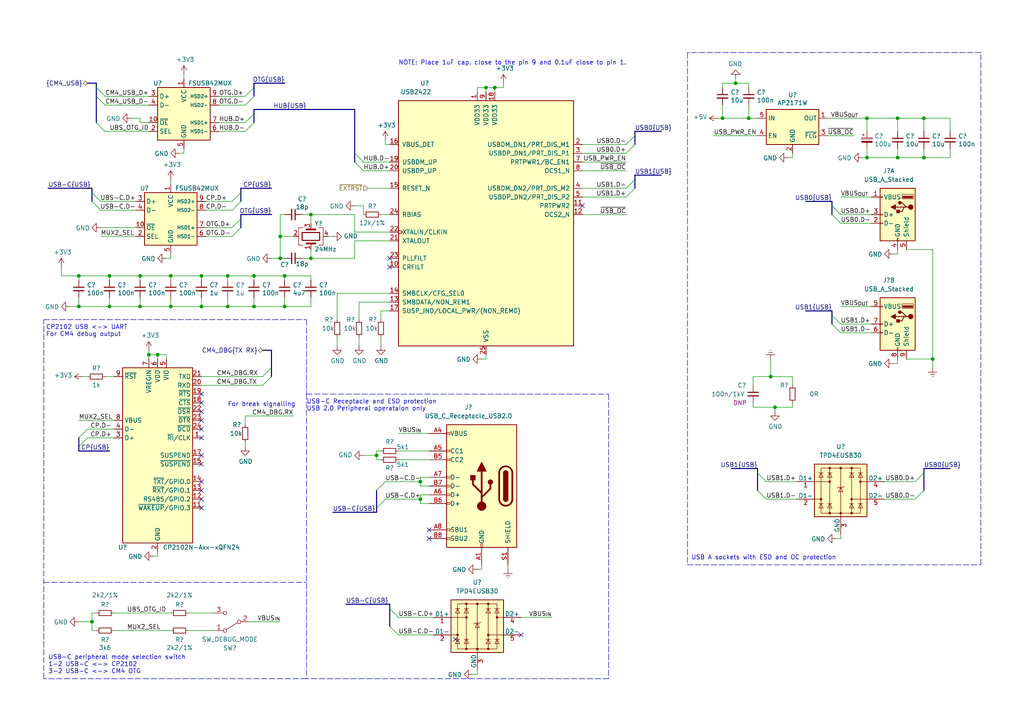
<source format=kicad_sch>
(kicad_sch (version 20201015) (generator eeschema)
  (paper "A4")
  (lib_symbols
    (symbol "Connector:USB_C_Receptacle_USB2.0" (pin_names (offset 1.016))
      (property "Reference" "J" (at -10.16 19.05 0))
      (property "Value" "USB_C_Receptacle_USB2.0" (at 19.05 19.05 0))
      (symbol "USB_C_Receptacle_USB2.0_1_1"
        (pin passive line (at 0 -22.86 90) (length 5.08) (name "GND") (number "A1"))
        (pin passive line (at 0 -22.86 90) (length 5.08) hide (name "GND") (number "A12"))
        (pin passive line (at 15.24 15.24 180) (length 5.08) (name "VBUS") (number "A4"))
        (pin bidirectional line (at 15.24 10.16 180) (length 5.08) (name "CC1") (number "A5"))
        (pin bidirectional line (at 15.24 -2.54 180) (length 5.08) (name "D+") (number "A6"))
        (pin bidirectional line (at 15.24 2.54 180) (length 5.08) (name "D-") (number "A7"))
        (pin bidirectional line (at 15.24 -12.7 180) (length 5.08) (name "SBU1") (number "A8"))
        (pin passive line (at 15.24 15.24 180) (length 5.08) hide (name "VBUS") (number "A9"))
        (pin passive line (at 0 -22.86 90) (length 5.08) hide (name "GND") (number "B1"))
        (pin passive line (at 0 -22.86 90) (length 5.08) hide (name "GND") (number "B12"))
        (pin passive line (at 15.24 15.24 180) (length 5.08) hide (name "VBUS") (number "B4"))
        (pin bidirectional line (at 15.24 7.62 180) (length 5.08) (name "CC2") (number "B5"))
        (pin bidirectional line (at 15.24 -5.08 180) (length 5.08) (name "D+") (number "B6"))
        (pin bidirectional line (at 15.24 0 180) (length 5.08) (name "D-") (number "B7"))
        (pin bidirectional line (at 15.24 -15.24 180) (length 5.08) (name "SBU2") (number "B8"))
        (pin passive line (at 15.24 15.24 180) (length 5.08) hide (name "VBUS") (number "B9"))
        (pin passive line (at -7.62 -22.86 90) (length 5.08) (name "SHIELD") (number "S1"))
      )
    )
    (symbol "Device:CP_Small" (pin_numbers hide) (pin_names (offset 0.254) hide)
      (property "Reference" "C" (at 0.254 1.778 0))
      (property "Value" "CP_Small" (at 0.254 -2.032 0))
      (symbol "CP_Small_1_1"
        (pin passive line (at 0 2.54 270) (length 1.8542) (name "~") (number "1"))
        (pin passive line (at 0 -2.54 90) (length 1.8542) (name "~") (number "2"))
      )
    )
    (symbol "Device:C_Small" (pin_numbers hide) (pin_names (offset 0.254) hide)
      (property "Reference" "C" (at 0.254 1.778 0))
      (property "Value" "C_Small" (at 0.254 -2.032 0))
      (symbol "C_Small_1_1"
        (pin passive line (at 0 2.54 270) (length 2.032) (name "~") (number "1"))
        (pin passive line (at 0 -2.54 90) (length 2.032) (name "~") (number "2"))
      )
    )
    (symbol "Device:Crystal_GND24" (pin_names (offset 1.016) hide)
      (property "Reference" "Y" (at 3.175 5.08 0))
      (property "Value" "Crystal_GND24" (at 3.175 3.175 0))
      (symbol "Crystal_GND24_1_1"
        (pin passive line (at -3.81 0 0) (length 1.27) (name "1") (number "1"))
        (pin passive line (at 0 5.08 270) (length 1.27) (name "2") (number "2"))
        (pin passive line (at 3.81 0 180) (length 1.27) (name "3") (number "3"))
        (pin passive line (at 0 -5.08 90) (length 1.27) (name "4") (number "4"))
      )
    )
    (symbol "Device:R_Small" (pin_numbers hide) (pin_names (offset 0.254) hide)
      (property "Reference" "R" (at 0.762 0.508 0))
      (property "Value" "R_Small" (at 0.762 -1.016 0))
      (symbol "R_Small_1_1"
        (pin passive line (at 0 2.54 270) (length 0.762) (name "~") (number "1"))
        (pin passive line (at 0 -2.54 90) (length 0.762) (name "~") (number "2"))
      )
    )
    (symbol "Interface_USB:CP2102N-Axx-xQFN24"
      (property "Reference" "U" (at -8.89 26.67 0))
      (property "Value" "CP2102N-Axx-xQFN24" (at 13.97 26.67 0))
      (symbol "CP2102N-Axx-xQFN24_1_1"
        (pin bidirectional line (at 12.7 5.08 180) (length 2.54) (name "~RI~/CLK") (number "1"))
        (pin unconnected line (at -10.16 -22.86 0) (length 2.54) hide (name "NC") (number "10"))
        (pin bidirectional line (at 12.7 -15.24 180) (length 2.54) (name "~WAKEUP~/GPIO.3") (number "11"))
        (pin bidirectional line (at 12.7 -12.7 180) (length 2.54) (name "RS485/GPIO.2") (number "12"))
        (pin bidirectional line (at 12.7 -10.16 180) (length 2.54) (name "~RXT~/GPIO.1") (number "13"))
        (pin bidirectional line (at 12.7 -7.62 180) (length 2.54) (name "~TXT~/GPIO.0") (number "14"))
        (pin output line (at 12.7 -2.54 180) (length 2.54) (name "~SUSPEND") (number "15"))
        (pin unconnected line (at 10.16 -22.86 180) (length 2.54) hide (name "NC") (number "16"))
        (pin output line (at 12.7 0 180) (length 2.54) (name "SUSPEND") (number "17"))
        (pin input line (at 12.7 15.24 180) (length 2.54) (name "~CTS") (number "18"))
        (pin output line (at 12.7 17.78 180) (length 2.54) (name "~RTS") (number "19"))
        (pin power_in line (at 0 -27.94 90) (length 2.54) (name "GND") (number "2"))
        (pin input line (at 12.7 20.32 180) (length 2.54) (name "RXD") (number "20"))
        (pin output line (at 12.7 22.86 180) (length 2.54) (name "TXD") (number "21"))
        (pin input line (at 12.7 12.7 180) (length 2.54) (name "~DSR") (number "22"))
        (pin output line (at 12.7 10.16 180) (length 2.54) (name "~DTR") (number "23"))
        (pin input line (at 12.7 7.62 180) (length 2.54) (name "~DCD") (number "24"))
        (pin passive line (at 0 -27.94 90) (length 2.54) hide (name "GND") (number "25"))
        (pin bidirectional line (at -12.7 5.08 0) (length 2.54) (name "D+") (number "3"))
        (pin bidirectional line (at -12.7 7.62 0) (length 2.54) (name "D-") (number "4"))
        (pin power_in line (at 2.54 27.94 270) (length 2.54) (name "VIO") (number "5"))
        (pin power_in line (at 0 27.94 270) (length 2.54) (name "VDD") (number "6"))
        (pin power_in line (at -2.54 27.94 270) (length 2.54) (name "VREGIN") (number "7"))
        (pin input line (at -12.7 10.16 0) (length 2.54) (name "VBUS") (number "8"))
        (pin input line (at -12.7 22.86 0) (length 2.54) (name "~RST") (number "9"))
      )
    )
    (symbol "Interface_USB:FSUSB42MUX"
      (property "Reference" "U" (at -6.35 8.89 0))
      (property "Value" "FSUSB42MUX" (at 7.62 8.89 0))
      (symbol "FSUSB42MUX_1_1"
        (pin power_in line (at 0 10.16 270) (length 2.54) (name "VCC") (number "1"))
        (pin input line (at -10.16 -2.54 0) (length 2.54) (name "~OE") (number "10"))
        (pin input line (at -10.16 -5.08 0) (length 2.54) (name "SEL") (number "2"))
        (pin bidirectional line (at -10.16 5.08 0) (length 2.54) (name "D+") (number "3"))
        (pin bidirectional line (at -10.16 2.54 0) (length 2.54) (name "D-") (number "4"))
        (pin power_in line (at 0 -10.16 90) (length 2.54) (name "GND") (number "5"))
        (pin bidirectional line (at 10.16 -5.08 180) (length 2.54) (name "HSD1-") (number "6"))
        (pin bidirectional line (at 10.16 -2.54 180) (length 2.54) (name "HSD1+") (number "7"))
        (pin bidirectional line (at 10.16 2.54 180) (length 2.54) (name "HSD2-") (number "8"))
        (pin bidirectional line (at 10.16 5.08 180) (length 2.54) (name "HSD2+") (number "9"))
      )
    )
    (symbol "LightBlue:USB2422" (pin_names (offset 1.016))
      (property "Reference" "U" (at -17.78 40.64 0))
      (property "Value" "USB2422" (at -20.32 38.1 0))
      (symbol "USB2422_1_1"
        (pin bidirectional line (at 27.94 22.86 180) (length 2.54) (name "USBDM_DN1/PRT_DIS_M1") (number "2"))
        (pin bidirectional line (at 27.94 17.78 180) (length 2.54) (name "PRTPWR1/BC_EN1") (number "7"))
        (pin input line (at 27.94 15.24 180) (length 2.54) (name "OCS1_N") (number "8"))
        (pin input line (at -27.94 -12.7 0) (length 2.54) (name "CRFILT") (number "10"))
        (pin power_in line (at -2.54 38.1 270) (length 2.54) (name "VDD33") (number "1"))
        (pin bidirectional line (at 27.94 5.08 180) (length 2.54) (name "PRTPWR2") (number "11"))
        (pin input line (at 27.94 2.54 180) (length 2.54) (name "OCS2_N") (number "12"))
        (pin bidirectional line (at 27.94 20.32 180) (length 2.54) (name "USBDP_DN1/PRT_DIS_P1") (number "3"))
        (pin bidirectional line (at -27.94 -22.86 0) (length 2.54) (name "SMBDATA/NON_REM1") (number "13"))
        (pin power_in line (at 0 38.1 270) (length 2.54) (name "VDD33") (number "9"))
        (pin bidirectional line (at -27.94 -20.32 0) (length 2.54) (name "SMBCLK/CFG_SEL0") (number "14"))
        (pin input line (at -27.94 10.16 0) (length 2.54) (name "RESET_N") (number "15"))
        (pin input line (at -27.94 22.86 0) (length 2.54) (name "VBUS_DET") (number "16"))
        (pin bidirectional line (at -27.94 -25.4 0) (length 2.54) (name "SUSP_IND/LOCAL_PWR/(NON_REM0)") (number "17"))
        (pin bidirectional line (at 27.94 10.16 180) (length 2.54) (name "USBDM_DN2/PRT_DIS_M2") (number "4"))
        (pin bidirectional line (at -27.94 17.78 0) (length 2.54) (name "USBDM_UP") (number "19"))
        (pin bidirectional line (at -27.94 15.24 0) (length 2.54) (name "USBDP_UP") (number "20"))
        (pin output line (at -27.94 -5.08 0) (length 2.54) (name "XTALOUT") (number "21"))
        (pin input clock (at -27.94 -2.54 0) (length 2.54) (name "XTALIN/CLKIN") (number "22"))
        (pin input line (at -27.94 -10.16 0) (length 2.54) (name "PLLFILT") (number "23"))
        (pin input line (at -27.94 2.54 0) (length 2.54) (name "RBIAS") (number "24"))
        (pin power_in line (at 0 -38.1 90) (length 2.54) (name "VSS") (number "25"))
        (pin bidirectional line (at 27.94 7.62 180) (length 2.54) (name "USBDP_DN2/PRT_DIS_P2") (number "5"))
        (pin power_in line (at 2.54 38.1 270) (length 2.54) (name "VDD33") (number "18"))
      )
    )
    (symbol "LightBlue:USB_A_Stacked" (pin_names (offset 1.016))
      (property "Reference" "J" (at -5.08 11.43 0))
      (property "Value" "USB_A_Stacked" (at -5.08 8.89 0))
      (symbol "USB_A_Stacked_1_1"
        (pin power_in line (at 7.62 5.08 180) (length 2.54) (name "VBUS") (number "1"))
        (pin bidirectional line (at 7.62 -2.54 180) (length 2.54) (name "D-") (number "2"))
        (pin bidirectional line (at 7.62 0 180) (length 2.54) (name "D+") (number "3"))
        (pin power_in line (at 0 -10.16 90) (length 2.54) (name "GND") (number "4"))
        (pin passive line (at -2.54 -10.16 90) (length 2.54) (name "Shield") (number "5"))
      )
      (symbol "USB_A_Stacked_2_1"
        (pin power_in line (at 7.62 5.08 180) (length 2.54) (name "VBUS") (number "5"))
        (pin bidirectional line (at 7.62 -2.54 180) (length 2.54) (name "D-") (number "6"))
        (pin bidirectional line (at 7.62 0 180) (length 2.54) (name "D+") (number "7"))
        (pin power_in line (at 0 -10.16 90) (length 2.54) (name "GND") (number "8"))
        (pin passive line (at -2.54 -10.16 90) (length 2.54) (name "Shield") (number "9"))
      )
    )
    (symbol "Power_Management:AP2171W"
      (property "Reference" "U" (at -7.62 -6.35 0))
      (property "Value" "AP2171W" (at -7.62 6.35 0))
      (symbol "AP2171W_1_1"
        (pin power_out line (at 10.16 2.54 180) (length 2.54) (name "OUT") (number "1"))
        (pin power_in line (at 0 -7.62 90) (length 2.54) (name "GND") (number "2"))
        (pin open_collector line (at 10.16 -2.54 180) (length 2.54) (name "~FLG") (number "3"))
        (pin input line (at -10.16 -2.54 0) (length 2.54) (name "EN") (number "4"))
        (pin power_in line (at -10.16 2.54 0) (length 2.54) (name "IN") (number "5"))
      )
    )
    (symbol "Power_Protection:TPD4EUSB30" (pin_names (offset 0))
      (property "Reference" "U" (at -0.635 8.89 0))
      (property "Value" "TPD4EUSB30" (at 8.89 -10.16 0))
      (symbol "TPD4EUSB30_1_1"
        (pin passive line (at -12.7 2.54 0) (length 5.08) (name "D1+") (number "1"))
        (pin unconnected line (at -5.08 7.62 0) (length 5.08) hide (name "NC") (number "10"))
        (pin passive line (at -12.7 -2.54 0) (length 5.08) (name "D1-") (number "2"))
        (pin power_in line (at 0 -12.7 90) (length 5.08) (name "GND") (number "3"))
        (pin passive line (at 12.7 2.54 180) (length 5.08) (name "D2+") (number "4"))
        (pin passive line (at 12.7 -2.54 180) (length 5.08) (name "D2-") (number "5"))
        (pin unconnected line (at 5.08 -7.62 180) (length 5.08) hide (name "NC") (number "6"))
        (pin unconnected line (at 5.08 7.62 180) (length 5.08) hide (name "NC") (number "7"))
        (pin passive line (at 0 -12.7 90) (length 5.08) hide (name "GND") (number "8"))
        (pin unconnected line (at -5.08 -7.62 0) (length 5.08) hide (name "NC") (number "9"))
      )
    )
    (symbol "Switch:SW_SPDT" (pin_names (offset 0) hide)
      (property "Reference" "SW" (at 0 4.318 0))
      (property "Value" "SW_SPDT" (at 0 -5.08 0))
      (symbol "SW_SPDT_1_1"
        (pin passive line (at 5.08 2.54 180) (length 2.54) (name "A") (number "1"))
        (pin passive line (at -5.08 0 0) (length 2.54) (name "B") (number "2"))
        (pin passive line (at 5.08 -2.54 180) (length 2.54) (name "C") (number "3"))
      )
    )
    (symbol "power:+3V3" (power) (pin_names (offset 0))
      (property "Value" "+3V3" (at 0 3.556 0))
      (symbol "+3V3_1_1"
        (pin power_in line (at 0 0 90) (length 0) hide (name "+3V3") (number "1"))
      )
    )
    (symbol "power:+5V" (power) (pin_names (offset 0))
      (property "Value" "+5V" (at 0 3.556 0))
      (symbol "+5V_1_1"
        (pin power_in line (at 0 0 90) (length 0) hide (name "+5V") (number "1"))
      )
    )
    (symbol "power:Earth" (power) (pin_names (offset 0))
      (symbol "Earth_1_1"
        (pin power_in line (at 0 0 270) (length 0) hide (name "Earth") (number "1"))
      )
    )
    (symbol "power:GND" (power) (pin_names (offset 0))
      (property "Value" "GND" (at 0 -3.81 0))
      (symbol "GND_1_1"
        (pin power_in line (at 0 0 270) (length 0) hide (name "GND") (number "1"))
      )
    )
  )
  (bus_alias "CM4_USB" (members "CM4_USB_D+" "CM4_USB_D-" "CM4_USB_OTG_ID"))
  (bus_alias "USB" (members "D+" "D-"))
  (bus_alias "I2C" (members "SDA" "SCL"))
  (junction (at 22.86 80.01) (diameter 0.9144))
  (junction (at 22.86 88.9) (diameter 0.9144))
  (junction (at 26.67 180.34) (diameter 0.9144))
  (junction (at 31.75 80.01) (diameter 0.9144))
  (junction (at 31.75 88.9) (diameter 0.9144))
  (junction (at 40.64 80.01) (diameter 0.9144))
  (junction (at 40.64 88.9) (diameter 0.9144))
  (junction (at 43.18 102.87) (diameter 0.9144))
  (junction (at 45.72 102.87) (diameter 0.9144))
  (junction (at 49.53 80.01) (diameter 0.9144))
  (junction (at 49.53 88.9) (diameter 0.9144))
  (junction (at 58.42 80.01) (diameter 0.9144))
  (junction (at 58.42 88.9) (diameter 0.9144))
  (junction (at 66.04 80.01) (diameter 0.9144))
  (junction (at 66.04 88.9) (diameter 0.9144))
  (junction (at 73.66 80.01) (diameter 0.9144))
  (junction (at 73.66 88.9) (diameter 0.9144))
  (junction (at 81.28 68.58) (diameter 0.9144))
  (junction (at 81.28 74.93) (diameter 0.9144))
  (junction (at 82.55 80.01) (diameter 0.9144))
  (junction (at 82.55 88.9) (diameter 0.9144))
  (junction (at 90.17 62.23) (diameter 0.9144))
  (junction (at 90.17 74.93) (diameter 0.9144))
  (junction (at 109.22 132.08) (diameter 0.9144))
  (junction (at 121.92 139.7) (diameter 0.9144))
  (junction (at 121.92 144.78) (diameter 0.9144))
  (junction (at 140.97 25.4) (diameter 0.9144))
  (junction (at 143.51 25.4) (diameter 0.9144))
  (junction (at 209.55 34.29) (diameter 0.9144))
  (junction (at 213.36 24.13) (diameter 0.9144))
  (junction (at 217.17 34.29) (diameter 0.9144))
  (junction (at 223.52 109.22) (diameter 0.9144))
  (junction (at 224.79 118.11) (diameter 0.9144))
  (junction (at 251.46 34.29) (diameter 0.9144))
  (junction (at 251.46 45.72) (diameter 0.9144))
  (junction (at 260.35 34.29) (diameter 0.9144))
  (junction (at 260.35 45.72) (diameter 0.9144))
  (junction (at 267.97 34.29) (diameter 0.9144))
  (junction (at 267.97 45.72) (diameter 0.9144))
  (junction (at 270.51 104.14) (diameter 0.9144))
  (no_connect (at 58.42 147.32))
  (no_connect (at 58.42 121.92))
  (no_connect (at 124.46 156.21))
  (no_connect (at 58.42 124.46))
  (no_connect (at 58.42 114.3))
  (no_connect (at 58.42 144.78))
  (no_connect (at 58.42 139.7))
  (no_connect (at 58.42 119.38))
  (no_connect (at 151.13 184.15))
  (no_connect (at 132.08 185.42))
  (no_connect (at 113.03 74.93))
  (no_connect (at 58.42 142.24))
  (no_connect (at 58.42 134.62))
  (no_connect (at 58.42 116.84))
  (no_connect (at 113.03 77.47))
  (no_connect (at 58.42 132.08))
  (no_connect (at 168.91 59.69))
  (no_connect (at 124.46 153.67))
  (no_connect (at 58.42 127))
  (bus_entry (at 22.86 127) (size 2.54 -2.54) (stroke (width 0.1524)))
  (bus_entry (at 22.86 129.54) (size 2.54 -2.54) (stroke (width 0.1524)))
  (bus_entry (at 26.67 55.88) (size 2.54 2.54) (stroke (width 0.1524)))
  (bus_entry (at 26.67 58.42) (size 2.54 2.54) (stroke (width 0.1524)))
  (bus_entry (at 27.94 25.4) (size 2.54 2.54) (stroke (width 0.1524)))
  (bus_entry (at 27.94 27.94) (size 2.54 2.54) (stroke (width 0.1524)))
  (bus_entry (at 27.94 35.56) (size 2.54 2.54) (stroke (width 0.1524)))
  (bus_entry (at 69.85 55.88) (size -2.54 2.54) (stroke (width 0.1524)))
  (bus_entry (at 69.85 58.42) (size -2.54 2.54) (stroke (width 0.1524)))
  (bus_entry (at 69.85 63.5) (size -2.54 2.54) (stroke (width 0.1524)))
  (bus_entry (at 69.85 66.04) (size -2.54 2.54) (stroke (width 0.1524)))
  (bus_entry (at 73.66 25.4) (size -2.54 2.54) (stroke (width 0.1524)))
  (bus_entry (at 73.66 27.94) (size -2.54 2.54) (stroke (width 0.1524)))
  (bus_entry (at 73.66 33.02) (size -2.54 2.54) (stroke (width 0.1524)))
  (bus_entry (at 73.66 35.56) (size -2.54 2.54) (stroke (width 0.1524)))
  (bus_entry (at 76.2 109.22) (size 2.54 -2.54) (stroke (width 0.1524)))
  (bus_entry (at 76.2 111.76) (size 2.54 -2.54) (stroke (width 0.1524)))
  (bus_entry (at 102.87 44.45) (size 2.54 2.54) (stroke (width 0.1524)))
  (bus_entry (at 102.87 46.99) (size 2.54 2.54) (stroke (width 0.1524)))
  (bus_entry (at 109.22 142.24) (size 2.54 -2.54) (stroke (width 0.1524)))
  (bus_entry (at 109.22 147.32) (size 2.54 -2.54) (stroke (width 0.1524)))
  (bus_entry (at 113.03 176.53) (size 2.54 2.54) (stroke (width 0.1524)))
  (bus_entry (at 113.03 181.61) (size 2.54 2.54) (stroke (width 0.1524)))
  (bus_entry (at 181.61 41.91) (size 2.54 -2.54) (stroke (width 0.1524)))
  (bus_entry (at 181.61 44.45) (size 2.54 -2.54) (stroke (width 0.1524)))
  (bus_entry (at 181.61 54.61) (size 2.54 -2.54) (stroke (width 0.1524)))
  (bus_entry (at 181.61 57.15) (size 2.54 -2.54) (stroke (width 0.1524)))
  (bus_entry (at 222.25 139.7) (size -2.54 -2.54) (stroke (width 0.1524)))
  (bus_entry (at 222.25 144.78) (size -2.54 -2.54) (stroke (width 0.1524)))
  (bus_entry (at 243.84 62.23) (size -2.54 -2.54) (stroke (width 0.1524)))
  (bus_entry (at 243.84 64.77) (size -2.54 -2.54) (stroke (width 0.1524)))
  (bus_entry (at 243.84 93.98) (size -2.54 -2.54) (stroke (width 0.1524)))
  (bus_entry (at 243.84 96.52) (size -2.54 -2.54) (stroke (width 0.1524)))
  (bus_entry (at 265.43 139.7) (size 2.54 -2.54) (stroke (width 0.1524)))
  (bus_entry (at 265.43 144.78) (size 2.54 -2.54) (stroke (width 0.1524)))
  (wire (pts (xy 17.78 80.01) (xy 17.78 77.47)))
  (wire (pts (xy 17.78 80.01) (xy 22.86 80.01)))
  (wire (pts (xy 20.32 88.9) (xy 22.86 88.9)))
  (wire (pts (xy 22.86 80.01) (xy 22.86 81.28)))
  (wire (pts (xy 22.86 80.01) (xy 31.75 80.01)))
  (wire (pts (xy 22.86 86.36) (xy 22.86 88.9)))
  (wire (pts (xy 22.86 88.9) (xy 31.75 88.9)))
  (wire (pts (xy 22.86 121.92) (xy 33.02 121.92)))
  (wire (pts (xy 22.86 180.34) (xy 26.67 180.34)))
  (wire (pts (xy 24.13 109.22) (xy 25.4 109.22)))
  (wire (pts (xy 26.67 177.8) (xy 26.67 180.34)))
  (wire (pts (xy 26.67 177.8) (xy 27.94 177.8)))
  (wire (pts (xy 26.67 180.34) (xy 26.67 182.88)))
  (wire (pts (xy 27.94 182.88) (xy 26.67 182.88)))
  (wire (pts (xy 29.21 66.04) (xy 39.37 66.04)))
  (wire (pts (xy 29.21 68.58) (xy 39.37 68.58)))
  (wire (pts (xy 30.48 27.94) (xy 43.18 27.94)))
  (wire (pts (xy 30.48 30.48) (xy 43.18 30.48)))
  (wire (pts (xy 30.48 38.1) (xy 43.18 38.1)))
  (wire (pts (xy 30.48 109.22) (xy 33.02 109.22)))
  (wire (pts (xy 31.75 80.01) (xy 31.75 81.28)))
  (wire (pts (xy 31.75 86.36) (xy 31.75 88.9)))
  (wire (pts (xy 31.75 88.9) (xy 40.64 88.9)))
  (wire (pts (xy 33.02 124.46) (xy 25.4 124.46)))
  (wire (pts (xy 33.02 127) (xy 25.4 127)))
  (wire (pts (xy 33.02 177.8) (xy 49.53 177.8)))
  (wire (pts (xy 33.02 182.88) (xy 49.53 182.88)))
  (wire (pts (xy 39.37 58.42) (xy 29.21 58.42)))
  (wire (pts (xy 39.37 60.96) (xy 29.21 60.96)))
  (wire (pts (xy 40.64 34.29) (xy 38.1 34.29)))
  (wire (pts (xy 40.64 35.56) (xy 40.64 34.29)))
  (wire (pts (xy 40.64 80.01) (xy 31.75 80.01)))
  (wire (pts (xy 40.64 80.01) (xy 40.64 81.28)))
  (wire (pts (xy 40.64 86.36) (xy 40.64 88.9)))
  (wire (pts (xy 40.64 88.9) (xy 49.53 88.9)))
  (wire (pts (xy 43.18 35.56) (xy 40.64 35.56)))
  (wire (pts (xy 43.18 101.6) (xy 43.18 102.87)))
  (wire (pts (xy 43.18 102.87) (xy 43.18 104.14)))
  (wire (pts (xy 44.45 161.29) (xy 45.72 161.29)))
  (wire (pts (xy 45.72 102.87) (xy 43.18 102.87)))
  (wire (pts (xy 45.72 102.87) (xy 48.26 102.87)))
  (wire (pts (xy 45.72 104.14) (xy 45.72 102.87)))
  (wire (pts (xy 45.72 161.29) (xy 45.72 160.02)))
  (wire (pts (xy 48.26 74.93) (xy 49.53 74.93)))
  (wire (pts (xy 48.26 102.87) (xy 48.26 104.14)))
  (wire (pts (xy 49.53 52.07) (xy 49.53 53.34)))
  (wire (pts (xy 49.53 74.93) (xy 49.53 73.66)))
  (wire (pts (xy 49.53 80.01) (xy 40.64 80.01)))
  (wire (pts (xy 49.53 80.01) (xy 49.53 81.28)))
  (wire (pts (xy 49.53 86.36) (xy 49.53 88.9)))
  (wire (pts (xy 49.53 88.9) (xy 58.42 88.9)))
  (wire (pts (xy 52.07 44.45) (xy 53.34 44.45)))
  (wire (pts (xy 53.34 21.59) (xy 53.34 22.86)))
  (wire (pts (xy 53.34 44.45) (xy 53.34 43.18)))
  (wire (pts (xy 54.61 177.8) (xy 62.23 177.8)))
  (wire (pts (xy 54.61 182.88) (xy 62.23 182.88)))
  (wire (pts (xy 58.42 80.01) (xy 49.53 80.01)))
  (wire (pts (xy 58.42 80.01) (xy 58.42 81.28)))
  (wire (pts (xy 58.42 86.36) (xy 58.42 88.9)))
  (wire (pts (xy 58.42 88.9) (xy 66.04 88.9)))
  (wire (pts (xy 58.42 109.22) (xy 76.2 109.22)))
  (wire (pts (xy 58.42 111.76) (xy 76.2 111.76)))
  (wire (pts (xy 59.69 58.42) (xy 67.31 58.42)))
  (wire (pts (xy 59.69 60.96) (xy 67.31 60.96)))
  (wire (pts (xy 59.69 66.04) (xy 67.31 66.04)))
  (wire (pts (xy 59.69 68.58) (xy 67.31 68.58)))
  (wire (pts (xy 63.5 27.94) (xy 71.12 27.94)))
  (wire (pts (xy 63.5 30.48) (xy 71.12 30.48)))
  (wire (pts (xy 63.5 35.56) (xy 71.12 35.56)))
  (wire (pts (xy 63.5 38.1) (xy 71.12 38.1)))
  (wire (pts (xy 66.04 80.01) (xy 58.42 80.01)))
  (wire (pts (xy 66.04 80.01) (xy 66.04 81.28)))
  (wire (pts (xy 66.04 86.36) (xy 66.04 88.9)))
  (wire (pts (xy 66.04 88.9) (xy 73.66 88.9)))
  (wire (pts (xy 71.12 120.65) (xy 71.12 123.19)))
  (wire (pts (xy 71.12 120.65) (xy 85.09 120.65)))
  (wire (pts (xy 71.12 128.27) (xy 71.12 129.54)))
  (wire (pts (xy 73.66 80.01) (xy 66.04 80.01)))
  (wire (pts (xy 73.66 80.01) (xy 73.66 81.28)))
  (wire (pts (xy 73.66 86.36) (xy 73.66 88.9)))
  (wire (pts (xy 73.66 88.9) (xy 82.55 88.9)))
  (wire (pts (xy 78.74 74.93) (xy 81.28 74.93)))
  (wire (pts (xy 81.28 62.23) (xy 81.28 68.58)))
  (wire (pts (xy 81.28 68.58) (xy 81.28 74.93)))
  (wire (pts (xy 81.28 68.58) (xy 85.09 68.58)))
  (wire (pts (xy 81.28 74.93) (xy 82.55 74.93)))
  (wire (pts (xy 81.28 180.34) (xy 72.39 180.34)))
  (wire (pts (xy 82.55 62.23) (xy 81.28 62.23)))
  (wire (pts (xy 82.55 80.01) (xy 73.66 80.01)))
  (wire (pts (xy 82.55 80.01) (xy 82.55 81.28)))
  (wire (pts (xy 82.55 86.36) (xy 82.55 88.9)))
  (wire (pts (xy 82.55 88.9) (xy 90.17 88.9)))
  (wire (pts (xy 87.63 62.23) (xy 90.17 62.23)))
  (wire (pts (xy 87.63 74.93) (xy 90.17 74.93)))
  (wire (pts (xy 90.17 62.23) (xy 90.17 64.77)))
  (wire (pts (xy 90.17 62.23) (xy 102.87 62.23)))
  (wire (pts (xy 90.17 72.39) (xy 90.17 74.93)))
  (wire (pts (xy 90.17 74.93) (xy 102.87 74.93)))
  (wire (pts (xy 90.17 80.01) (xy 82.55 80.01)))
  (wire (pts (xy 90.17 81.28) (xy 90.17 80.01)))
  (wire (pts (xy 90.17 86.36) (xy 90.17 88.9)))
  (wire (pts (xy 95.25 68.58) (xy 96.52 68.58)))
  (wire (pts (xy 97.79 85.09) (xy 97.79 92.71)))
  (wire (pts (xy 97.79 97.79) (xy 97.79 100.33)))
  (wire (pts (xy 102.87 67.31) (xy 102.87 62.23)))
  (wire (pts (xy 102.87 69.85) (xy 102.87 74.93)))
  (wire (pts (xy 104.14 87.63) (xy 104.14 92.71)))
  (wire (pts (xy 104.14 87.63) (xy 113.03 87.63)))
  (wire (pts (xy 104.14 97.79) (xy 104.14 100.33)))
  (wire (pts (xy 105.41 46.99) (xy 113.03 46.99)))
  (wire (pts (xy 105.41 49.53) (xy 113.03 49.53)))
  (wire (pts (xy 105.41 59.69) (xy 102.87 59.69)))
  (wire (pts (xy 105.41 62.23) (xy 105.41 59.69)))
  (wire (pts (xy 105.41 132.08) (xy 109.22 132.08)))
  (wire (pts (xy 106.68 54.61) (xy 113.03 54.61)))
  (wire (pts (xy 109.22 130.81) (xy 109.22 132.08)))
  (wire (pts (xy 109.22 132.08) (xy 109.22 133.35)))
  (wire (pts (xy 109.22 133.35) (xy 110.49 133.35)))
  (wire (pts (xy 110.49 62.23) (xy 113.03 62.23)))
  (wire (pts (xy 110.49 90.17) (xy 110.49 92.71)))
  (wire (pts (xy 110.49 97.79) (xy 110.49 100.33)))
  (wire (pts (xy 110.49 130.81) (xy 109.22 130.81)))
  (wire (pts (xy 111.76 40.64) (xy 111.76 41.91)))
  (wire (pts (xy 111.76 139.7) (xy 121.92 139.7)))
  (wire (pts (xy 111.76 144.78) (xy 121.92 144.78)))
  (wire (pts (xy 113.03 41.91) (xy 111.76 41.91)))
  (wire (pts (xy 113.03 67.31) (xy 102.87 67.31)))
  (wire (pts (xy 113.03 69.85) (xy 102.87 69.85)))
  (wire (pts (xy 113.03 85.09) (xy 97.79 85.09)))
  (wire (pts (xy 113.03 90.17) (xy 110.49 90.17)))
  (wire (pts (xy 115.57 125.73) (xy 124.46 125.73)))
  (wire (pts (xy 115.57 130.81) (xy 124.46 130.81)))
  (wire (pts (xy 115.57 133.35) (xy 124.46 133.35)))
  (wire (pts (xy 115.57 179.07) (xy 125.73 179.07)))
  (wire (pts (xy 115.57 184.15) (xy 125.73 184.15)))
  (wire (pts (xy 121.92 139.7) (xy 121.92 138.43)))
  (wire (pts (xy 121.92 140.97) (xy 121.92 139.7)))
  (wire (pts (xy 121.92 140.97) (xy 124.46 140.97)))
  (wire (pts (xy 121.92 144.78) (xy 121.92 143.51)))
  (wire (pts (xy 121.92 146.05) (xy 121.92 144.78)))
  (wire (pts (xy 121.92 146.05) (xy 124.46 146.05)))
  (wire (pts (xy 124.46 138.43) (xy 121.92 138.43)))
  (wire (pts (xy 124.46 143.51) (xy 121.92 143.51)))
  (wire (pts (xy 137.16 195.58) (xy 138.43 195.58)))
  (wire (pts (xy 138.43 25.4) (xy 140.97 25.4)))
  (wire (pts (xy 138.43 26.67) (xy 138.43 25.4)))
  (wire (pts (xy 138.43 165.1) (xy 139.7 165.1)))
  (wire (pts (xy 138.43 195.58) (xy 138.43 194.31)))
  (wire (pts (xy 139.7 104.14) (xy 140.97 104.14)))
  (wire (pts (xy 139.7 165.1) (xy 139.7 163.83)))
  (wire (pts (xy 140.97 25.4) (xy 140.97 26.67)))
  (wire (pts (xy 140.97 25.4) (xy 143.51 25.4)))
  (wire (pts (xy 140.97 104.14) (xy 140.97 102.87)))
  (wire (pts (xy 143.51 25.4) (xy 143.51 26.67)))
  (wire (pts (xy 143.51 25.4) (xy 146.05 25.4)))
  (wire (pts (xy 146.05 24.13) (xy 146.05 25.4)))
  (wire (pts (xy 147.32 163.83) (xy 147.32 165.1)))
  (wire (pts (xy 160.02 179.07) (xy 151.13 179.07)))
  (wire (pts (xy 168.91 41.91) (xy 181.61 41.91)))
  (wire (pts (xy 168.91 44.45) (xy 181.61 44.45)))
  (wire (pts (xy 168.91 46.99) (xy 181.61 46.99)))
  (wire (pts (xy 168.91 49.53) (xy 181.61 49.53)))
  (wire (pts (xy 168.91 54.61) (xy 181.61 54.61)))
  (wire (pts (xy 168.91 57.15) (xy 181.61 57.15)))
  (wire (pts (xy 168.91 62.23) (xy 181.61 62.23)))
  (wire (pts (xy 208.28 34.29) (xy 209.55 34.29)))
  (wire (pts (xy 209.55 24.13) (xy 209.55 25.4)))
  (wire (pts (xy 209.55 30.48) (xy 209.55 34.29)))
  (wire (pts (xy 209.55 34.29) (xy 217.17 34.29)))
  (wire (pts (xy 213.36 22.86) (xy 213.36 24.13)))
  (wire (pts (xy 213.36 24.13) (xy 209.55 24.13)))
  (wire (pts (xy 217.17 24.13) (xy 213.36 24.13)))
  (wire (pts (xy 217.17 25.4) (xy 217.17 24.13)))
  (wire (pts (xy 217.17 30.48) (xy 217.17 34.29)))
  (wire (pts (xy 217.17 34.29) (xy 219.71 34.29)))
  (wire (pts (xy 218.44 109.22) (xy 218.44 111.76)))
  (wire (pts (xy 218.44 116.84) (xy 218.44 118.11)))
  (wire (pts (xy 218.44 118.11) (xy 224.79 118.11)))
  (wire (pts (xy 219.71 39.37) (xy 207.01 39.37)))
  (wire (pts (xy 222.25 139.7) (xy 231.14 139.7)))
  (wire (pts (xy 222.25 144.78) (xy 231.14 144.78)))
  (wire (pts (xy 223.52 104.14) (xy 223.52 109.22)))
  (wire (pts (xy 223.52 109.22) (xy 218.44 109.22)))
  (wire (pts (xy 224.79 118.11) (xy 224.79 119.38)))
  (wire (pts (xy 224.79 118.11) (xy 229.87 118.11)))
  (wire (pts (xy 228.6 45.72) (xy 229.87 45.72)))
  (wire (pts (xy 229.87 45.72) (xy 229.87 44.45)))
  (wire (pts (xy 229.87 109.22) (xy 223.52 109.22)))
  (wire (pts (xy 229.87 111.76) (xy 229.87 109.22)))
  (wire (pts (xy 229.87 118.11) (xy 229.87 116.84)))
  (wire (pts (xy 240.03 34.29) (xy 251.46 34.29)))
  (wire (pts (xy 240.03 39.37) (xy 247.65 39.37)))
  (wire (pts (xy 242.57 156.21) (xy 243.84 156.21)))
  (wire (pts (xy 243.84 57.15) (xy 252.73 57.15)))
  (wire (pts (xy 243.84 62.23) (xy 252.73 62.23)))
  (wire (pts (xy 243.84 64.77) (xy 252.73 64.77)))
  (wire (pts (xy 243.84 88.9) (xy 252.73 88.9)))
  (wire (pts (xy 243.84 93.98) (xy 252.73 93.98)))
  (wire (pts (xy 243.84 96.52) (xy 252.73 96.52)))
  (wire (pts (xy 243.84 156.21) (xy 243.84 154.94)))
  (wire (pts (xy 250.19 45.72) (xy 251.46 45.72)))
  (wire (pts (xy 251.46 34.29) (xy 251.46 38.1)))
  (wire (pts (xy 251.46 34.29) (xy 260.35 34.29)))
  (wire (pts (xy 251.46 43.18) (xy 251.46 45.72)))
  (wire (pts (xy 251.46 45.72) (xy 260.35 45.72)))
  (wire (pts (xy 259.08 73.66) (xy 260.35 73.66)))
  (wire (pts (xy 259.08 105.41) (xy 260.35 105.41)))
  (wire (pts (xy 260.35 34.29) (xy 260.35 38.1)))
  (wire (pts (xy 260.35 34.29) (xy 267.97 34.29)))
  (wire (pts (xy 260.35 43.18) (xy 260.35 45.72)))
  (wire (pts (xy 260.35 45.72) (xy 267.97 45.72)))
  (wire (pts (xy 260.35 73.66) (xy 260.35 72.39)))
  (wire (pts (xy 260.35 105.41) (xy 260.35 104.14)))
  (wire (pts (xy 262.89 72.39) (xy 270.51 72.39)))
  (wire (pts (xy 262.89 104.14) (xy 270.51 104.14)))
  (wire (pts (xy 265.43 139.7) (xy 256.54 139.7)))
  (wire (pts (xy 265.43 144.78) (xy 256.54 144.78)))
  (wire (pts (xy 267.97 34.29) (xy 267.97 38.1)))
  (wire (pts (xy 267.97 43.18) (xy 267.97 45.72)))
  (wire (pts (xy 267.97 45.72) (xy 275.59 45.72)))
  (wire (pts (xy 270.51 72.39) (xy 270.51 104.14)))
  (wire (pts (xy 270.51 104.14) (xy 270.51 106.68)))
  (wire (pts (xy 275.59 34.29) (xy 267.97 34.29)))
  (wire (pts (xy 275.59 38.1) (xy 275.59 34.29)))
  (wire (pts (xy 275.59 45.72) (xy 275.59 43.18)))
  (bus (pts (xy 22.86 127) (xy 22.86 129.54)))
  (bus (pts (xy 22.86 129.54) (xy 22.86 130.81)))
  (bus (pts (xy 22.86 130.81) (xy 31.75 130.81)))
  (bus (pts (xy 25.4 24.13) (xy 27.94 24.13)))
  (bus (pts (xy 26.67 54.61) (xy 13.97 54.61)))
  (bus (pts (xy 26.67 55.88) (xy 26.67 54.61)))
  (bus (pts (xy 26.67 58.42) (xy 26.67 55.88)))
  (bus (pts (xy 27.94 24.13) (xy 27.94 25.4)))
  (bus (pts (xy 27.94 25.4) (xy 27.94 27.94)))
  (bus (pts (xy 27.94 27.94) (xy 27.94 35.56)))
  (bus (pts (xy 69.85 54.61) (xy 78.74 54.61)))
  (bus (pts (xy 69.85 55.88) (xy 69.85 54.61)))
  (bus (pts (xy 69.85 58.42) (xy 69.85 55.88)))
  (bus (pts (xy 69.85 62.23) (xy 78.74 62.23)))
  (bus (pts (xy 69.85 63.5) (xy 69.85 62.23)))
  (bus (pts (xy 69.85 66.04) (xy 69.85 63.5)))
  (bus (pts (xy 73.66 24.13) (xy 82.55 24.13)))
  (bus (pts (xy 73.66 25.4) (xy 73.66 24.13)))
  (bus (pts (xy 73.66 27.94) (xy 73.66 25.4)))
  (bus (pts (xy 73.66 31.75) (xy 102.87 31.75)))
  (bus (pts (xy 73.66 33.02) (xy 73.66 31.75)))
  (bus (pts (xy 73.66 35.56) (xy 73.66 33.02)))
  (bus (pts (xy 78.74 101.6) (xy 76.2 101.6)))
  (bus (pts (xy 78.74 101.6) (xy 78.74 106.68)))
  (bus (pts (xy 78.74 106.68) (xy 78.74 109.22)))
  (bus (pts (xy 102.87 31.75) (xy 102.87 44.45)))
  (bus (pts (xy 102.87 44.45) (xy 102.87 46.99)))
  (bus (pts (xy 109.22 147.32) (xy 109.22 142.24)))
  (bus (pts (xy 109.22 148.59) (xy 96.52 148.59)))
  (bus (pts (xy 109.22 148.59) (xy 109.22 147.32)))
  (bus (pts (xy 113.03 175.26) (xy 100.33 175.26)))
  (bus (pts (xy 113.03 175.26) (xy 113.03 176.53)))
  (bus (pts (xy 113.03 176.53) (xy 113.03 181.61)))
  (bus (pts (xy 184.15 38.1) (xy 184.15 39.37)))
  (bus (pts (xy 184.15 38.1) (xy 191.77 38.1)))
  (bus (pts (xy 184.15 39.37) (xy 184.15 41.91)))
  (bus (pts (xy 184.15 50.8) (xy 184.15 52.07)))
  (bus (pts (xy 184.15 50.8) (xy 191.77 50.8)))
  (bus (pts (xy 184.15 52.07) (xy 184.15 54.61)))
  (bus (pts (xy 219.71 135.89) (xy 212.09 135.89)))
  (bus (pts (xy 219.71 135.89) (xy 219.71 137.16)))
  (bus (pts (xy 219.71 137.16) (xy 219.71 142.24)))
  (bus (pts (xy 241.3 58.42) (xy 233.68 58.42)))
  (bus (pts (xy 241.3 58.42) (xy 241.3 59.69)))
  (bus (pts (xy 241.3 59.69) (xy 241.3 62.23)))
  (bus (pts (xy 241.3 90.17) (xy 233.68 90.17)))
  (bus (pts (xy 241.3 90.17) (xy 241.3 91.44)))
  (bus (pts (xy 241.3 91.44) (xy 241.3 93.98)))
  (bus (pts (xy 267.97 135.89) (xy 267.97 137.16)))
  (bus (pts (xy 267.97 135.89) (xy 275.59 135.89)))
  (bus (pts (xy 267.97 137.16) (xy 267.97 142.24)))
  (polyline (pts (xy 12.7 92.71) (xy 88.9 92.71)) (stroke (width 0) (type dash)))
  (polyline (pts (xy 12.7 168.91) (xy 88.9 168.91)) (stroke (width 0) (type dash)))
  (polyline (pts (xy 12.7 196.85) (xy 12.7 92.71)) (stroke (width 0) (type dash)))
  (polyline (pts (xy 88.9 92.71) (xy 88.9 114.3)) (stroke (width 0) (type dash)))
  (polyline (pts (xy 88.9 114.3) (xy 88.9 196.85)) (stroke (width 0) (type dash)))
  (polyline (pts (xy 88.9 114.3) (xy 176.53 114.3)) (stroke (width 0) (type dash)))
  (polyline (pts (xy 88.9 196.85) (xy 12.7 196.85)) (stroke (width 0) (type dash)))
  (polyline (pts (xy 176.53 114.3) (xy 176.53 196.85)) (stroke (width 0) (type dash)))
  (polyline (pts (xy 176.53 196.85) (xy 88.9 196.85)) (stroke (width 0) (type dash)))
  (polyline (pts (xy 199.39 15.24) (xy 199.39 163.83)) (stroke (width 0) (type dash)))
  (polyline (pts (xy 199.39 163.83) (xy 284.48 163.83)) (stroke (width 0) (type dash)))
  (polyline (pts (xy 284.48 15.24) (xy 199.39 15.24)) (stroke (width 0) (type dash)))
  (polyline (pts (xy 284.48 163.83) (xy 284.48 15.24)) (stroke (width 0) (type dash)))
  (text "CP2102 USB <-> UART\nFor CM4 debug output" (at 13.335 97.79 0) (effects (font (size 1.27 1.27)) (justify left bottom)))
  (text "USB-C peripheral mode selection switch\n1-2 USB-C <-> CP2102\n3-2 USB-C <-> CM4 OTG" (at 13.97 195.58 0) (effects (font (size 1.27 1.27)) (justify left bottom)))
  (text "For break signalling" (at 66.04 118.11 0) (effects (font (size 1.27 1.27)) (justify left bottom)))
  (text "USB-C Receptacle and ESD protection\nUSB 2.0 Peripheral operataion only" (at 88.9 119.38 0) (effects (font (size 1.27 1.27)) (justify left bottom)))
  (text "NOTE: Place 1uF cap. close to the pin 9 and 0.1uF close to pin 1." (at 115.57 19.05 0) (effects (font (size 1.27 1.27)) (justify left bottom)))
  (text "USB A sockets with ESD and OC protection" (at 242.57 162.56 180) (effects (font (size 1.27 1.27)) (justify right bottom)))
  (label "USB-C{USB}" (at 13.97 54.61 0))
  (label "MUX2_SEL" (at 22.86 121.92 0))
  (label "MUX2_SEL" (at 29.21 68.58 0))
  (label "CM4_USB_D+" (at 30.48 27.94 0))
  (label "CM4_USB_D-" (at 30.48 30.48 0))
  (label "UBS_OTG_ID" (at 31.75 38.1 0))
  (label "CP{USB}" (at 31.75 130.81 180))
  (label "CP.D-" (at 32.385 124.46 180))
  (label "CP.D+" (at 32.385 127 180))
  (label "UBS_OTG_ID" (at 36.83 177.8 0))
  (label "MUX2_SEL" (at 36.83 182.88 0))
  (label "UBS-C.D+" (at 39.37 58.42 180))
  (label "USB-C.D-" (at 39.37 60.96 180))
  (label "CP.D+" (at 59.69 58.42 0))
  (label "CP.D-" (at 59.69 60.96 0))
  (label "OTG.D+" (at 59.69 66.04 0))
  (label "OTG.D-" (at 59.69 68.58 0))
  (label "CM4_DBG.RX" (at 62.865 109.22 0))
  (label "CM4_DBG.TX" (at 62.865 111.76 0))
  (label "OTG.D+" (at 63.5 27.94 0))
  (label "OTG.D-" (at 63.5 30.48 0))
  (label "HUB.D+" (at 63.5 35.56 0))
  (label "HUB.D-" (at 63.5 38.1 0))
  (label "CP{USB}" (at 78.74 54.61 180))
  (label "OTG{USB}" (at 78.74 62.23 180))
  (label "VBUS_{IN}" (at 81.28 180.34 180))
  (label "OTG{USB}" (at 82.55 24.13 180))
  (label "CM4_DBG.RX" (at 85.09 120.65 180))
  (label "HUB{USB}" (at 88.9 31.75 180))
  (label "USB-C{USB}" (at 96.52 148.59 0))
  (label "USB-C{USB}" (at 100.33 175.26 0))
  (label "HUB.D-" (at 105.41 46.99 0))
  (label "HUB.D+" (at 105.41 49.53 0))
  (label "USB-C.D-" (at 111.76 139.7 0))
  (label "USB-C.D+" (at 111.76 144.78 0))
  (label "VBUS_{IN}" (at 115.57 125.73 0))
  (label "USB-C.D+" (at 115.57 179.07 0))
  (label "USB-C.D-" (at 115.57 184.15 0))
  (label "VBUS_{IN}" (at 160.02 179.07 180))
  (label "USB0.D-" (at 181.61 41.91 180))
  (label "USB0.D+" (at 181.61 44.45 180))
  (label "USB_PWR_EN" (at 181.61 46.99 180))
  (label "~USB_OC" (at 181.61 49.53 180))
  (label "USB1.D-" (at 181.61 54.61 180))
  (label "USB1.D+" (at 181.61 57.15 180))
  (label "~USB_OC" (at 181.61 62.23 180))
  (label "USB0{USB}" (at 184.15 38.1 0))
  (label "USB1{USB}" (at 184.15 50.8 0))
  (label "USB_PWR_EN" (at 207.01 39.37 0))
  (label "USB1{USB}" (at 219.71 135.89 180))
  (label "USB1.D+" (at 222.25 139.7 0))
  (label "USB1.D-" (at 222.25 144.78 0))
  (label "USB0{USB}" (at 241.3 58.42 180))
  (label "USB1{USB}" (at 241.3 90.17 180))
  (label "VBUS_{OUT}" (at 243.84 57.15 0))
  (label "USB0.D+" (at 243.84 62.23 0))
  (label "USB0.D-" (at 243.84 64.77 0))
  (label "VBUS_{OUT}" (at 243.84 88.9 0))
  (label "USB1.D+" (at 243.84 93.98 0))
  (label "USB1.D-" (at 243.84 96.52 0))
  (label "~USB_OC" (at 247.65 39.37 180))
  (label "VBUS_{OUT}" (at 248.92 34.29 180))
  (label "USB0.D+" (at 265.43 139.7 180))
  (label "USB0.D-" (at 265.43 144.78 180))
  (label "USB0{USB}" (at 267.97 135.89 0))
  (hierarchical_label "{CM4_USB}" (shape bidirectional) (at 25.4 24.13 180))
  (hierarchical_label "CM4_DBG{TX RX}" (shape bidirectional) (at 76.2 101.6 180))
  (hierarchical_label "~EXTRST" (shape input) (at 106.68 54.61 180))
  (symbol (lib_id "power:+3V3") (at 17.78 77.47 0) (unit 1)
    (property "Reference" "#PWR?" (effects hide))
    (property "Value" "+3V3" (at 18.1483 73.1456 0))
  )
  (symbol (lib_id "power:+3V3") (at 24.13 109.22 90) (unit 1)
    (property "Reference" "#PWR?" (effects hide))
    (property "Value" "+3V3" (at 20.9549 108.8517 90) (effects (justify left)))
  )
  (symbol (lib_id "power:+3V3") (at 43.18 101.6 0) (unit 1)
    (property "Reference" "#PWR?" (effects hide))
    (property "Value" "+3V3" (at 43.5483 97.2756 0))
  )
  (symbol (lib_id "power:+3V3") (at 49.53 52.07 0) (unit 1)
    (property "Reference" "#PWR?" (effects hide))
    (property "Value" "+3V3" (at 49.8983 47.7456 0))
  )
  (symbol (lib_id "power:+3V3") (at 53.34 21.59 0) (unit 1)
    (property "Reference" "#PWR?" (effects hide))
    (property "Value" "+3V3" (at 53.7083 17.2656 0))
  )
  (symbol (lib_id "power:+3V3") (at 111.76 40.64 0) (unit 1)
    (property "Reference" "#PWR?" (effects hide))
    (property "Value" "+3V3" (at 112.1283 36.3156 0))
  )
  (symbol (lib_id "power:+3V3") (at 146.05 24.13 0) (unit 1)
    (property "Reference" "#PWR?" (effects hide))
    (property "Value" "+3V3" (at 146.4183 19.8056 0))
  )
  (symbol (lib_id "power:+5V") (at 208.28 34.29 90) (unit 1)
    (property "Reference" "#PWR?" (effects hide))
    (property "Value" "+5V" (at 205.105 33.9217 90) (effects (justify left)))
  )
  (symbol (lib_id "power:GND") (at 20.32 88.9 270) (unit 1)
    (property "Reference" "#PWR?" (effects hide))
    (property "Value" "GND" (at 17.145 89.0143 90) (effects (justify right)))
  )
  (symbol (lib_id "power:GND") (at 22.86 180.34 270) (unit 1)
    (property "Reference" "#PWR?" (effects hide))
    (property "Value" "GND" (at 19.685 180.4543 90) (effects (justify right)))
  )
  (symbol (lib_id "power:GND") (at 29.21 66.04 270) (unit 1)
    (property "Reference" "#PWR?" (effects hide))
    (property "Value" "GND" (at 26.035 66.1543 90) (effects (justify right)))
  )
  (symbol (lib_id "power:GND") (at 38.1 34.29 270) (unit 1)
    (property "Reference" "#PWR?" (effects hide))
    (property "Value" "GND" (at 34.925 34.4043 90) (effects (justify right)))
  )
  (symbol (lib_id "power:GND") (at 44.45 161.29 270) (unit 1)
    (property "Reference" "#PWR?" (effects hide))
    (property "Value" "GND" (at 41.275 161.4043 90) (effects (justify right)))
  )
  (symbol (lib_id "power:GND") (at 48.26 74.93 270) (unit 1)
    (property "Reference" "#PWR?" (effects hide))
    (property "Value" "GND" (at 45.085 75.0443 90) (effects (justify right)))
  )
  (symbol (lib_id "power:GND") (at 52.07 44.45 270) (unit 1)
    (property "Reference" "#PWR?" (effects hide))
    (property "Value" "GND" (at 48.895 44.5643 90) (effects (justify right)))
  )
  (symbol (lib_id "power:GND") (at 71.12 129.54 0) (unit 1)
    (property "Reference" "#PWR?" (effects hide))
    (property "Value" "GND" (at 71.2343 133.8644 0))
  )
  (symbol (lib_id "power:GND") (at 78.74 74.93 270) (unit 1)
    (property "Reference" "#PWR?" (effects hide))
    (property "Value" "GND" (at 75.565 75.0443 90) (effects (justify right)))
  )
  (symbol (lib_id "power:GND") (at 96.52 68.58 90) (unit 1)
    (property "Reference" "#PWR?" (effects hide))
    (property "Value" "GND" (at 99.6951 68.4657 90) (effects (justify right)))
  )
  (symbol (lib_id "power:GND") (at 97.79 100.33 0) (unit 1)
    (property "Reference" "#PWR?" (effects hide))
    (property "Value" "GND" (at 97.9043 104.6544 0))
  )
  (symbol (lib_id "power:GND") (at 102.87 59.69 270) (unit 1)
    (property "Reference" "#PWR?" (effects hide))
    (property "Value" "GND" (at 99.695 59.8043 90) (effects (justify right)))
  )
  (symbol (lib_id "power:GND") (at 104.14 100.33 0) (unit 1)
    (property "Reference" "#PWR?" (effects hide))
    (property "Value" "GND" (at 104.2543 104.6544 0))
  )
  (symbol (lib_id "power:GND") (at 105.41 132.08 270) (mirror x) (unit 1)
    (property "Reference" "#PWR?" (effects hide))
    (property "Value" "GND" (at 102.235 131.9657 90) (effects (justify right)))
  )
  (symbol (lib_id "power:GND") (at 110.49 100.33 0) (unit 1)
    (property "Reference" "#PWR?" (effects hide))
    (property "Value" "GND" (at 110.6043 104.6544 0))
  )
  (symbol (lib_id "power:GND") (at 137.16 195.58 270) (unit 1)
    (property "Reference" "#PWR?" (effects hide))
    (property "Value" "GND" (at 133.985 195.6943 90) (effects (justify right)))
  )
  (symbol (lib_id "power:GND") (at 138.43 165.1 270) (unit 1)
    (property "Reference" "#PWR?" (effects hide))
    (property "Value" "GND" (at 135.255 165.2143 90) (effects (justify right)))
  )
  (symbol (lib_id "power:GND") (at 139.7 104.14 270) (unit 1)
    (property "Reference" "#PWR?" (effects hide))
    (property "Value" "GND" (at 136.525 104.2543 90) (effects (justify right)))
  )
  (symbol (lib_id "power:Earth") (at 147.32 165.1 0) (unit 1)
    (property "Reference" "#PWR?" (effects hide))
    (property "Value" "Earth" (effects hide))
  )
  (symbol (lib_id "power:GND") (at 213.36 22.86 180) (unit 1)
    (property "Reference" "#PWR?" (effects hide))
    (property "Value" "GND" (at 213.2457 18.5356 0))
  )
  (symbol (lib_id "power:Earth") (at 223.52 104.14 180) (unit 1)
    (property "Reference" "#PWR?" (effects hide))
    (property "Value" "Earth" (effects hide))
  )
  (symbol (lib_id "power:GND") (at 224.79 119.38 0) (unit 1)
    (property "Reference" "#PWR?" (effects hide))
    (property "Value" "GND" (at 224.9043 123.7044 0))
  )
  (symbol (lib_id "power:GND") (at 228.6 45.72 270) (unit 1)
    (property "Reference" "#PWR?" (effects hide))
    (property "Value" "GND" (at 225.425 45.8343 90) (effects (justify right)))
  )
  (symbol (lib_id "power:GND") (at 242.57 156.21 270) (unit 1)
    (property "Reference" "#PWR?" (effects hide))
    (property "Value" "GND" (at 239.395 156.3243 90) (effects (justify right)))
  )
  (symbol (lib_id "power:GND") (at 250.19 45.72 270) (unit 1)
    (property "Reference" "#PWR?" (effects hide))
    (property "Value" "GND" (at 247.015 45.8343 90) (effects (justify right)))
  )
  (symbol (lib_id "power:GND") (at 259.08 73.66 270) (unit 1)
    (property "Reference" "#PWR?" (effects hide))
    (property "Value" "GND" (at 255.905 73.7743 90) (effects (justify right)))
  )
  (symbol (lib_id "power:GND") (at 259.08 105.41 270) (unit 1)
    (property "Reference" "#PWR?" (effects hide))
    (property "Value" "GND" (at 255.905 105.5243 90) (effects (justify right)))
  )
  (symbol (lib_id "power:Earth") (at 270.51 106.68 0) (unit 1)
    (property "Reference" "#PWR?" (effects hide))
    (property "Value" "Earth" (effects hide))
  )
  (symbol (lib_id "Device:R_Small") (at 27.94 109.22 90) (unit 1)
    (property "Reference" "R?" (at 27.94 106.8132 90))
    (property "Value" "1k" (at 27.94 111.652 90))
  )
  (symbol (lib_id "Device:R_Small") (at 30.48 177.8 90) (unit 1)
    (property "Reference" "R?" (at 30.48 175.3932 90))
    (property "Value" "2k2/1%" (at 30.48 172.612 90))
  )
  (symbol (lib_id "Device:R_Small") (at 30.48 182.88 90) (unit 1)
    (property "Reference" "R?" (at 30.48 185.5532 90))
    (property "Value" "3k6" (at 30.48 187.852 90))
  )
  (symbol (lib_id "Device:R_Small") (at 52.07 177.8 90) (unit 1)
    (property "Reference" "R?" (at 52.07 175.3932 90))
    (property "Value" "2k2/1%" (at 52.07 172.612 90))
  )
  (symbol (lib_id "Device:R_Small") (at 52.07 182.88 90) (unit 1)
    (property "Reference" "R?" (at 52.07 185.5532 90))
    (property "Value" "2k2/1%" (at 52.07 187.852 90))
  )
  (symbol (lib_id "Device:R_Small") (at 71.12 125.73 180) (unit 1)
    (property "Reference" "R?" (at 68.7132 123.19 0))
    (property "Value" "10k" (at 68.472 125.73 0))
  )
  (symbol (lib_id "Device:R_Small") (at 97.79 95.25 180) (unit 1)
    (property "Reference" "R?" (at 95.3832 92.71 0))
    (property "Value" "10k" (at 95.142 95.25 0))
  )
  (symbol (lib_id "Device:R_Small") (at 104.14 95.25 180) (unit 1)
    (property "Reference" "R?" (at 101.7332 92.71 0))
    (property "Value" "10k" (at 101.492 95.25 0))
  )
  (symbol (lib_id "Device:R_Small") (at 107.95 62.23 90) (unit 1)
    (property "Reference" "R?" (at 107.95 59.8232 90))
    (property "Value" "12k/1%" (at 107.95 64.662 90))
  )
  (symbol (lib_id "Device:R_Small") (at 110.49 95.25 180) (unit 1)
    (property "Reference" "R?" (at 108.0832 92.71 0))
    (property "Value" "10k" (at 107.842 95.25 0))
  )
  (symbol (lib_id "Device:R_Small") (at 113.03 130.81 90) (mirror x) (unit 1)
    (property "Reference" "R?" (at 113.03 128.1368 90))
    (property "Value" "5k1" (at 116.84 129.648 90))
  )
  (symbol (lib_id "Device:R_Small") (at 113.03 133.35 90) (mirror x) (unit 1)
    (property "Reference" "R?" (at 113.03 135.7568 90))
    (property "Value" "5k1" (at 116.84 134.728 90))
  )
  (symbol (lib_id "Device:R_Small") (at 229.87 114.3 180) (unit 1)
    (property "Reference" "R?" (at 227.4632 111.76 0))
    (property "Value" "0R" (at 236.112 114.3 0))
  )
  (symbol (lib_id "Device:CP_Small") (at 251.46 40.64 0) (unit 1)
    (property "Reference" "C?" (at 253.6191 39.4906 0) (effects (justify left)))
    (property "Value" "100u" (at 253.619 41.789 0) (effects (justify left)))
  )
  (symbol (lib_id "Device:C_Small") (at 22.86 83.82 0) (unit 1)
    (property "Reference" "C?" (at 25.1842 82.6706 0) (effects (justify left)))
    (property "Value" "100n" (at 25.184 84.969 0) (effects (justify left)))
  )
  (symbol (lib_id "Device:C_Small") (at 31.75 83.82 0) (unit 1)
    (property "Reference" "C?" (at 34.0742 82.6706 0) (effects (justify left)))
    (property "Value" "100n" (at 34.074 84.969 0) (effects (justify left)))
  )
  (symbol (lib_id "Device:C_Small") (at 40.64 83.82 0) (unit 1)
    (property "Reference" "C?" (at 42.9642 82.6706 0) (effects (justify left)))
    (property "Value" "100n" (at 42.964 84.969 0) (effects (justify left)))
  )
  (symbol (lib_id "Device:C_Small") (at 49.53 83.82 0) (unit 1)
    (property "Reference" "C?" (at 51.8542 82.6706 0) (effects (justify left)))
    (property "Value" "100n" (at 51.854 84.969 0) (effects (justify left)))
  )
  (symbol (lib_id "Device:C_Small") (at 58.42 83.82 0) (unit 1)
    (property "Reference" "C?" (at 60.7442 82.6706 0) (effects (justify left)))
    (property "Value" "1u" (at 60.744 84.969 0) (effects (justify left)))
  )
  (symbol (lib_id "Device:C_Small") (at 66.04 83.82 0) (unit 1)
    (property "Reference" "C?" (at 68.3642 82.6706 0) (effects (justify left)))
    (property "Value" "1u" (at 68.364 84.969 0) (effects (justify left)))
  )
  (symbol (lib_id "Device:C_Small") (at 73.66 83.82 0) (unit 1)
    (property "Reference" "C?" (at 75.9842 82.6706 0) (effects (justify left)))
    (property "Value" "100n" (at 75.984 84.969 0) (effects (justify left)))
  )
  (symbol (lib_id "Device:C_Small") (at 82.55 83.82 0) (unit 1)
    (property "Reference" "C?" (at 84.8742 82.6706 0) (effects (justify left)))
    (property "Value" "4u7" (at 84.874 84.969 0) (effects (justify left)))
  )
  (symbol (lib_id "Device:C_Small") (at 85.09 62.23 270) (unit 1)
    (property "Reference" "C?" (at 87.63 57.7277 90))
    (property "Value" "18p" (at 87.63 60.026 90))
  )
  (symbol (lib_id "Device:C_Small") (at 85.09 74.93 270) (unit 1)
    (property "Reference" "C?" (at 82.55 76.7777 90))
    (property "Value" "18p" (at 87.63 76.536 90))
  )
  (symbol (lib_id "Device:C_Small") (at 90.17 83.82 0) (unit 1)
    (property "Reference" "C?" (at 92.4942 82.6706 0) (effects (justify left)))
    (property "Value" "100n" (at 92.494 84.969 0) (effects (justify left)))
  )
  (symbol (lib_id "Device:C_Small") (at 209.55 27.94 0) (unit 1)
    (property "Reference" "C?" (at 211.8742 26.7906 0) (effects (justify left)))
    (property "Value" "10u" (at 211.874 29.089 0) (effects (justify left)))
  )
  (symbol (lib_id "Device:C_Small") (at 217.17 27.94 0) (unit 1)
    (property "Reference" "C?" (at 219.4942 26.7906 0) (effects (justify left)))
    (property "Value" "100n" (at 219.494 29.089 0) (effects (justify left)))
  )
  (symbol (lib_id "Device:C_Small") (at 218.44 114.3 0) (unit 1)
    (property "Reference" "C?" (at 215.2077 111.76 0))
    (property "Value" "100n/1kV" (at 211.156 114.3 0))
    (property "Config" "DNP" (at 214.63 116.84 0))
  )
  (symbol (lib_id "Device:C_Small") (at 260.35 40.64 0) (unit 1)
    (property "Reference" "C?" (at 262.6742 39.4906 0) (effects (justify left)))
    (property "Value" "10u" (at 262.674 41.789 0) (effects (justify left)))
  )
  (symbol (lib_id "Device:C_Small") (at 267.97 40.64 0) (unit 1)
    (property "Reference" "C?" (at 270.2942 39.4906 0) (effects (justify left)))
    (property "Value" "10u" (at 270.294 41.789 0) (effects (justify left)))
  )
  (symbol (lib_id "Device:C_Small") (at 275.59 40.64 0) (unit 1)
    (property "Reference" "C?" (at 277.9142 39.4906 0) (effects (justify left)))
    (property "Value" "100n" (at 277.914 41.789 0) (effects (justify left)))
  )
  (symbol (lib_id "Switch:SW_SPDT") (at 67.31 180.34 180) (unit 1)
    (property "Reference" "SW?" (at 66.675 187.96 0))
    (property "Value" "SW_DEBUG_MODE" (at 66.675 185.42 0))
    (property "Footprint" "Button_Switch_SMD:SW_SPDT_PCM12" (effects hide))
  )
  (symbol (lib_id "Device:Crystal_GND24") (at 90.17 68.58 90) (unit 1)
    (property "Reference" "Y?" (at 91.1861 64.8906 90) (effects (justify right)))
    (property "Value" "24MHz" (at 91.186 72.269 90) (effects (justify right)))
  )
  (symbol (lib_id "LightBlue:USB_A_Stacked") (at 260.35 62.23 0) (mirror y) (unit 1)
    (property "Reference" "J?" (at 257.81 49.53 0))
    (property "Value" "USB_A_Stacked" (at 257.81 52.07 0))
    (property "Datasheet" " ~" (effects hide))
  )
  (symbol (lib_id "LightBlue:USB_A_Stacked") (at 260.35 93.98 0) (mirror y) (unit 2)
    (property "Reference" "J?" (at 257.81 81.28 0))
    (property "Value" "USB_A_Stacked" (at 257.81 83.82 0))
    (property "Datasheet" " ~" (effects hide))
  )
  (symbol (lib_id "Power_Management:AP2171W") (at 229.87 36.83 0) (unit 1)
    (property "Reference" "U?" (at 229.87 27.5398 0))
    (property "Value" "AP2171W" (at 229.87 29.8385 0))
    (property "Footprint" "Package_TO_SOT_SMD:SOT-23-5" (effects hide))
    (property "Datasheet" "https://www.diodes.com/assets/Datasheets/AP2161.pdf" (effects hide))
  )
  (symbol (lib_id "Interface_USB:FSUSB42MUX") (at 49.53 63.5 0) (unit 1)
    (property "Reference" "U?" (at 41.91 54.61 0))
    (property "Value" "FSUSB42MUX" (at 57.15 54.61 0))
    (property "Footprint" "Package_SO:MSOP-10_3x3mm_P0.5mm" (effects hide))
    (property "Datasheet" "https://www.onsemi.com/pub/Collateral/FSUSB42-D.PDF" (effects hide))
  )
  (symbol (lib_id "Interface_USB:FSUSB42MUX") (at 53.34 33.02 0) (unit 1)
    (property "Reference" "U?" (at 45.72 24.13 0))
    (property "Value" "FSUSB42MUX" (at 60.96 24.13 0))
    (property "Footprint" "Package_SO:MSOP-10_3x3mm_P0.5mm" (effects hide))
    (property "Datasheet" "https://www.onsemi.com/pub/Collateral/FSUSB42-D.PDF" (effects hide))
  )
  (symbol (lib_id "Power_Protection:TPD4EUSB30") (at 138.43 181.61 0) (unit 1)
    (property "Reference" "U?" (at 138.43 168.91 0))
    (property "Value" "TPD4EUSB30" (at 138.43 171.45 0))
    (property "Footprint" "Package_SON:USON-10_2.5x1.0mm_P0.5mm" (effects hide))
    (property "Datasheet" "http://www.ti.com/lit/ds/symlink/tpd2eusb30a.pdf" (effects hide))
  )
  (symbol (lib_id "Power_Protection:TPD4EUSB30") (at 243.84 142.24 0) (unit 1)
    (property "Reference" "U?" (at 243.84 129.54 0))
    (property "Value" "TPD4EUSB30" (at 243.84 132.08 0))
    (property "Footprint" "Package_SON:USON-10_2.5x1.0mm_P0.5mm" (effects hide))
    (property "Datasheet" "http://www.ti.com/lit/ds/symlink/tpd2eusb30a.pdf" (effects hide))
  )
  (symbol (lib_id "Connector:USB_C_Receptacle_USB2.0") (at 139.7 140.97 0) (mirror y) (unit 1)
    (property "Reference" "J?" (at 135.89 118.11 0))
    (property "Value" "USB_C_Receptacle_USB2.0" (at 135.89 120.65 0))
    (property "Footprint" "Connector_USB:USB_C_Receptacle_HRO_TYPE-C-31-M-12" (effects hide))
    (property "Datasheet" "https://www.usb.org/sites/default/files/documents/usb_type-c.zip" (effects hide))
  )
  (symbol (lib_id "Interface_USB:CP2102N-Axx-xQFN24") (at 45.72 132.08 0) (unit 1)
    (property "Reference" "U?" (at 35.56 158.75 0))
    (property "Value" "CP2102N-Axx-xQFN24" (at 58.42 158.75 0))
    (property "Footprint" "Package_DFN_QFN:QFN-24-1EP_4x4mm_P0.5mm_EP2.6x2.6mm" (effects hide))
    (property "Datasheet" "https://www.silabs.com/documents/public/data-sheets/cp2102n-datasheet.pdf" (effects hide))
  )
  (symbol (lib_id "LightBlue:USB2422") (at 140.97 64.77 0) (unit 1)
    (property "Reference" "U?" (at 123.19 24.13 0))
    (property "Value" "USB2422" (at 120.65 26.67 0))
    (property "Footprint" "LightBlue:QFN-24-1EP_4x4mm_P0.5mm_EP2.6x2.6mm" (effects hide))
    (property "Datasheet" "http://ww1.microchip.com/downloads/en/DeviceDoc/00001692C.pdf" (effects hide))
  )
)
</source>
